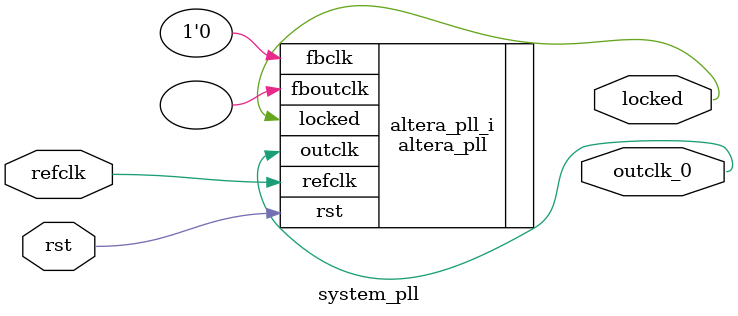
<source format=v>
`timescale 1ns/10ps
module  system_pll(

	// interface 'refclk'
	input wire refclk,

	// interface 'reset'
	input wire rst,

	// interface 'outclk0'
	output wire outclk_0,

	// interface 'locked'
	output wire locked
);

	altera_pll #(
		.fractional_vco_multiplier("false"),
		.reference_clock_frequency("38.4 MHz"),
		.operation_mode("normal"),
		.number_of_clocks(1),
		.output_clock_frequency0("80.000000 MHz"),
		.phase_shift0("0 ps"),
		.duty_cycle0(50),
		.output_clock_frequency1("0 MHz"),
		.phase_shift1("0 ps"),
		.duty_cycle1(50),
		.output_clock_frequency2("0 MHz"),
		.phase_shift2("0 ps"),
		.duty_cycle2(50),
		.output_clock_frequency3("0 MHz"),
		.phase_shift3("0 ps"),
		.duty_cycle3(50),
		.output_clock_frequency4("0 MHz"),
		.phase_shift4("0 ps"),
		.duty_cycle4(50),
		.output_clock_frequency5("0 MHz"),
		.phase_shift5("0 ps"),
		.duty_cycle5(50),
		.output_clock_frequency6("0 MHz"),
		.phase_shift6("0 ps"),
		.duty_cycle6(50),
		.output_clock_frequency7("0 MHz"),
		.phase_shift7("0 ps"),
		.duty_cycle7(50),
		.output_clock_frequency8("0 MHz"),
		.phase_shift8("0 ps"),
		.duty_cycle8(50),
		.output_clock_frequency9("0 MHz"),
		.phase_shift9("0 ps"),
		.duty_cycle9(50),
		.output_clock_frequency10("0 MHz"),
		.phase_shift10("0 ps"),
		.duty_cycle10(50),
		.output_clock_frequency11("0 MHz"),
		.phase_shift11("0 ps"),
		.duty_cycle11(50),
		.output_clock_frequency12("0 MHz"),
		.phase_shift12("0 ps"),
		.duty_cycle12(50),
		.output_clock_frequency13("0 MHz"),
		.phase_shift13("0 ps"),
		.duty_cycle13(50),
		.output_clock_frequency14("0 MHz"),
		.phase_shift14("0 ps"),
		.duty_cycle14(50),
		.output_clock_frequency15("0 MHz"),
		.phase_shift15("0 ps"),
		.duty_cycle15(50),
		.output_clock_frequency16("0 MHz"),
		.phase_shift16("0 ps"),
		.duty_cycle16(50),
		.output_clock_frequency17("0 MHz"),
		.phase_shift17("0 ps"),
		.duty_cycle17(50),
		.pll_type("General"),
		.pll_subtype("General")
	) altera_pll_i (
		.rst	(rst),
		.outclk	({outclk_0}),
		.locked	(locked),
		.fboutclk	( ),
		.fbclk	(1'b0),
		.refclk	(refclk)
	);
endmodule


</source>
